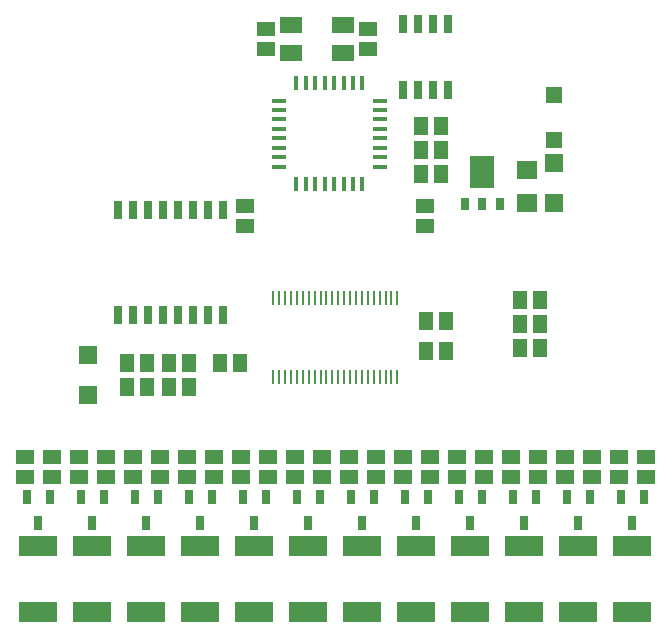
<source format=gbr>
G04 EAGLE Gerber RS-274X export*
G75*
%MOMM*%
%FSLAX34Y34*%
%LPD*%
%INSolderpaste Top*%
%IPPOS*%
%AMOC8*
5,1,8,0,0,1.08239X$1,22.5*%
G01*
%ADD10R,0.250000X1.250000*%
%ADD11R,0.711200X1.524000*%
%ADD12R,1.300000X1.500000*%
%ADD13R,0.700000X1.100000*%
%ADD14R,2.000000X2.800000*%
%ADD15R,1.400000X1.400000*%
%ADD16R,1.600000X1.600000*%
%ADD17R,1.200000X0.400000*%
%ADD18R,0.400000X1.200000*%
%ADD19R,1.500000X1.300000*%
%ADD20R,1.900000X1.400000*%
%ADD21R,0.635000X1.270000*%
%ADD22R,3.200000X1.800000*%
%ADD23R,1.800000X1.600000*%


D10*
X252300Y269780D03*
X257300Y269780D03*
X262300Y269780D03*
X267300Y269780D03*
X272300Y269780D03*
X277300Y269780D03*
X282300Y269780D03*
X287300Y269780D03*
X292300Y269780D03*
X297300Y269780D03*
X302300Y269780D03*
X307300Y269780D03*
X312300Y269780D03*
X317300Y269780D03*
X322300Y269780D03*
X327300Y269780D03*
X332300Y269780D03*
X337300Y269780D03*
X342300Y269780D03*
X347300Y269780D03*
X352300Y269780D03*
X357300Y269780D03*
X357300Y337280D03*
X352300Y337280D03*
X347300Y337280D03*
X342300Y337280D03*
X337300Y337280D03*
X332300Y337280D03*
X327300Y337280D03*
X322300Y337280D03*
X317300Y337280D03*
X312300Y337280D03*
X307300Y337280D03*
X302300Y337280D03*
X297300Y337280D03*
X292300Y337280D03*
X287300Y337280D03*
X282300Y337280D03*
X277300Y337280D03*
X272300Y337280D03*
X267300Y337280D03*
X262300Y337280D03*
X257300Y337280D03*
X252300Y337280D03*
D11*
X209550Y411480D03*
X196850Y411480D03*
X184150Y411480D03*
X171450Y411480D03*
X158750Y411480D03*
X146050Y411480D03*
X133350Y411480D03*
X120650Y411480D03*
X120650Y322580D03*
X133350Y322580D03*
X146050Y322580D03*
X158750Y322580D03*
X171450Y322580D03*
X184150Y322580D03*
X196850Y322580D03*
X209550Y322580D03*
D12*
X181220Y261620D03*
X164220Y261620D03*
X381390Y317500D03*
X398390Y317500D03*
D13*
X444260Y416840D03*
X414260Y416840D03*
D14*
X429260Y443340D03*
D13*
X429260Y416840D03*
D12*
X377580Y441960D03*
X394580Y441960D03*
D15*
X490220Y471220D03*
X490220Y509220D03*
D16*
X490220Y451340D03*
X490220Y417340D03*
D12*
X224400Y281940D03*
X207400Y281940D03*
X381390Y292100D03*
X398390Y292100D03*
X478400Y294640D03*
X461400Y294640D03*
X478400Y335280D03*
X461400Y335280D03*
D11*
X361950Y513080D03*
X374650Y513080D03*
X387350Y513080D03*
X400050Y513080D03*
X400050Y568960D03*
X387350Y568960D03*
X374650Y568960D03*
X361950Y568960D03*
D17*
X342720Y472250D03*
X342720Y464250D03*
X342720Y456250D03*
X342720Y448250D03*
X342720Y480250D03*
X342720Y488250D03*
X342720Y496250D03*
X342720Y504250D03*
X256720Y472250D03*
X256720Y464250D03*
X256720Y456250D03*
X256720Y448250D03*
X256720Y480250D03*
X256720Y488250D03*
X256720Y496250D03*
X256720Y504250D03*
D18*
X303720Y433250D03*
X311720Y433250D03*
X319720Y433250D03*
X327720Y433250D03*
X295720Y433250D03*
X287720Y433250D03*
X279720Y433250D03*
X271720Y433250D03*
X303720Y519250D03*
X311720Y519250D03*
X319720Y519250D03*
X327720Y519250D03*
X295720Y519250D03*
X287720Y519250D03*
X279720Y519250D03*
X271720Y519250D03*
D19*
X381000Y397900D03*
X381000Y414900D03*
D12*
X377580Y482600D03*
X394580Y482600D03*
X164220Y281940D03*
X181220Y281940D03*
X145660Y261620D03*
X128660Y261620D03*
D20*
X267560Y544260D03*
X311560Y544260D03*
X311560Y568260D03*
X267560Y568260D03*
D19*
X332740Y564760D03*
X332740Y547760D03*
X246380Y547760D03*
X246380Y564760D03*
D21*
X63340Y168480D03*
X53340Y146480D03*
X43340Y168480D03*
D19*
X64770Y185810D03*
X64770Y202810D03*
X41910Y185810D03*
X41910Y202810D03*
D22*
X53340Y71060D03*
X53340Y127060D03*
D19*
X87630Y185810D03*
X87630Y202810D03*
D21*
X109060Y168480D03*
X99060Y146480D03*
X89060Y168480D03*
D19*
X110490Y185810D03*
X110490Y202810D03*
D22*
X99060Y71060D03*
X99060Y127060D03*
D19*
X133350Y185810D03*
X133350Y202810D03*
D16*
X95250Y288780D03*
X95250Y254780D03*
D19*
X179070Y185810D03*
X179070Y202810D03*
X201930Y185810D03*
X201930Y202810D03*
X224790Y185810D03*
X224790Y202810D03*
X247650Y185810D03*
X247650Y202810D03*
X270510Y185810D03*
X270510Y202810D03*
X293370Y185810D03*
X293370Y202810D03*
X316230Y185810D03*
X316230Y202810D03*
X339090Y185810D03*
X339090Y202810D03*
X361950Y185810D03*
X361950Y202810D03*
X384810Y185810D03*
X384810Y202810D03*
D21*
X154780Y168480D03*
X144780Y146480D03*
X134780Y168480D03*
X200500Y168480D03*
X190500Y146480D03*
X180500Y168480D03*
D19*
X156210Y185810D03*
X156210Y202810D03*
D21*
X246220Y168480D03*
X236220Y146480D03*
X226220Y168480D03*
X291940Y168480D03*
X281940Y146480D03*
X271940Y168480D03*
X337660Y168480D03*
X327660Y146480D03*
X317660Y168480D03*
X383380Y168480D03*
X373380Y146480D03*
X363380Y168480D03*
D19*
X407670Y185810D03*
X407670Y202810D03*
X430530Y185810D03*
X430530Y202810D03*
X453390Y185810D03*
X453390Y202810D03*
X476250Y185810D03*
X476250Y202810D03*
X499110Y185810D03*
X499110Y202810D03*
X521970Y185810D03*
X521970Y202810D03*
X544830Y185810D03*
X544830Y202810D03*
D21*
X429100Y168480D03*
X419100Y146480D03*
X409100Y168480D03*
X474820Y168480D03*
X464820Y146480D03*
X454820Y168480D03*
X520540Y168480D03*
X510540Y146480D03*
X500540Y168480D03*
D19*
X567690Y185810D03*
X567690Y202810D03*
D21*
X566260Y168480D03*
X556260Y146480D03*
X546260Y168480D03*
D22*
X144780Y71060D03*
X144780Y127060D03*
X190500Y71060D03*
X190500Y127060D03*
X236220Y71060D03*
X236220Y127060D03*
X281940Y71060D03*
X281940Y127060D03*
X327660Y71060D03*
X327660Y127060D03*
X373380Y71060D03*
X373380Y127060D03*
X419100Y71060D03*
X419100Y127060D03*
X464820Y71060D03*
X464820Y127060D03*
X510540Y71060D03*
X510540Y127060D03*
X556260Y71060D03*
X556260Y127060D03*
D12*
X394580Y462280D03*
X377580Y462280D03*
X478400Y314960D03*
X461400Y314960D03*
X145660Y281940D03*
X128660Y281940D03*
D23*
X467360Y417800D03*
X467360Y445800D03*
D19*
X228600Y397900D03*
X228600Y414900D03*
M02*

</source>
